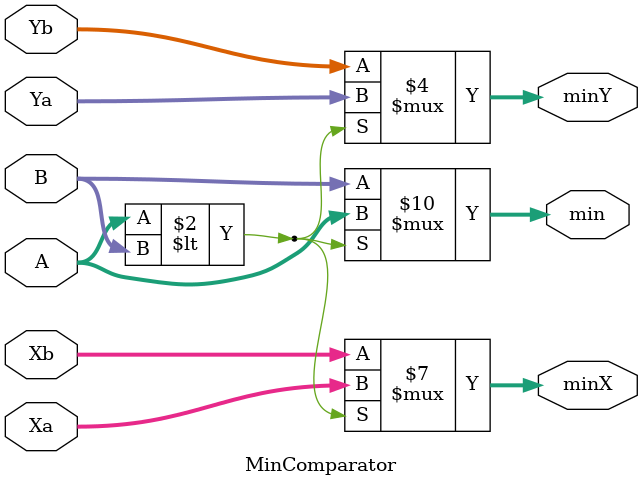
<source format=v>
`timescale 1ns / 1ps


module MinComparator(A, B, Xa, Ya, Xb, Yb, min, minX, minY);
    input [31:0] A, B;
    input [31:0] Xa, Ya, Xb, Yb;
    
    output reg [31:0] min;
    output reg [31:0] minX, minY;
    
    always @(*)begin
        if(A < B)begin
            min <= A;
            minX <= Xa;
            minY <= Ya;
        end
        else begin
            min <= B;
            minX <= Xb;
            minY <= Yb;
        end
    end
endmodule

</source>
